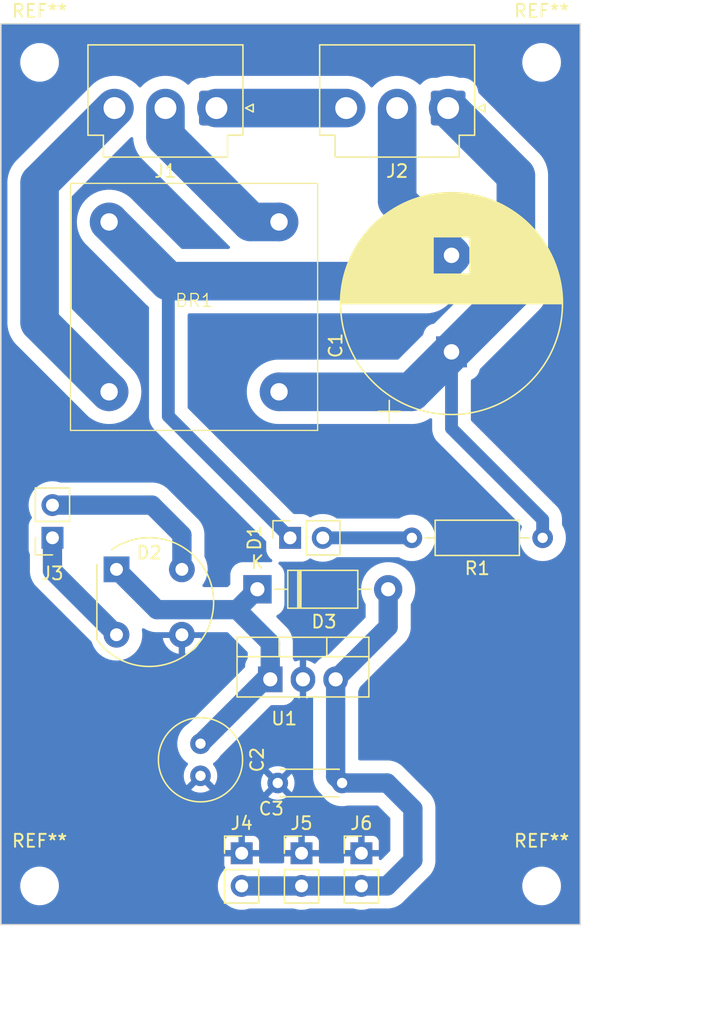
<source format=kicad_pcb>
(kicad_pcb (version 20221018) (generator pcbnew)
  (title_block (title "PCB for Rectifier Module") (date "2023-12-19") (rev "1"))
  (layers (0 "F.Cu" signal) (31 "B.Cu" signal) (37 "F.SilkS" user "F.Silkscreen") (38 "B.Mask" user) (39 "F.Mask" user) (44 "Edge.Cuts" user))
  (net 0 "")
  (net 1 "/30V-")
  (net 2 "/30V+")
  (net 3 "/AC_IN_N")
  (net 4 "/AC_IN_L")
  (net 5 "/12V+")
  (net 6 "/Aux_out")
  (net 7 "Net-(D1-A)")
  (net 8 "/Aux_input_N")
  (net 9 "/Aux_input_L")
  (net 10 "/CentreTap")
  (net 11 "GND")
  (footprint "MountingHole:MountingHole_2.5mm" (layer "F.Cu") (at 58 81)
    (fp_text reference "REF**" (at 0 -3.5) (layer "F.SilkS"))
    (fp_text value "MountingHole_2.5mm")
    (pad "" np_thru_hole circle (at 0 0) (size 2.5 2.5) (drill 2.5) (layers "F&B.Cu" "*.Mask"))
  )
  (footprint "Connector_PinHeader_2.54mm:PinHeader_1x02_P2.54mm_Vertical" (layer "F.Cu") (at 44 78.46)
    (fp_text reference "J6" (at 0 -2.33) (layer "F.SilkS"))
    (fp_text value "Extra")
    (fp_line (start -1.33 -1.33) (end 0 -1.33) (stroke (width 0.12)) (layer "F.SilkS"))
    (fp_line (start -1.33 0) (end -1.33 -1.33) (stroke (width 0.12)) (layer "F.SilkS"))
    (fp_line (start -1.33 1.27) (end -1.33 3.87) (stroke (width 0.12)) (layer "F.SilkS"))
    (fp_line (start -1.33 1.27) (end 1.33 1.27) (stroke (width 0.12)) (layer "F.SilkS"))
    (fp_line (start -1.33 3.87) (end 1.33 3.87) (stroke (width 0.12)) (layer "F.SilkS"))
    (fp_line (start 1.33 1.27) (end 1.33 3.87) (stroke (width 0.12)) (layer "F.SilkS"))
    (pad "1" thru_hole rect (at 0 0) (size 1.7 1.7) (drill 1) (layers "*.Cu" "*.Mask") (net 11 "GND"))
    (pad "2" thru_hole oval (at 0 2.54) (size 1.7 1.7) (drill 1) (layers "*.Cu" "*.Mask") (net 6 "/Aux_out"))
  )
  (footprint "MountingHole:MountingHole_2.5mm" (layer "F.Cu") (at 58 17)
    (fp_text reference "REF**" (at 0 -4) (layer "F.SilkS"))
    (fp_text value "MountingHole_2.5mm")
    (pad "" np_thru_hole circle (at 0 0) (size 2.5 2.5) (drill 2.5) (layers "F&B.Cu" "*.Mask"))
  )
  (footprint "Capacitor_THT:C_Disc_D4.3mm_W1.9mm_P5.00mm" (layer "F.Cu") (at 42.5 73 180)
    (fp_text reference "C3" (at 5.5 -2) (layer "F.SilkS"))
    (fp_text value ".1uF")
    (fp_line (start 0.23 -1.07) (end 0.23 -1.055) (stroke (width 0.12)) (layer "F.SilkS"))
    (fp_line (start 0.23 -1.07) (end 4.77 -1.07) (stroke (width 0.12)) (layer "F.SilkS"))
    (fp_line (start 0.23 1.055) (end 0.23 1.07) (stroke (width 0.12)) (layer "F.SilkS"))
    (fp_line (start 0.23 1.07) (end 4.77 1.07) (stroke (width 0.12)) (layer "F.SilkS"))
    (fp_line (start 4.77 -1.07) (end 4.77 -1.055) (stroke (width 0.12)) (layer "F.SilkS"))
    (fp_line (start 4.77 1.055) (end 4.77 1.07) (stroke (width 0.12)) (layer "F.SilkS"))
    (pad "1" thru_hole circle (at 0 0 180) (size 1.6 1.6) (drill 0.8) (layers "*.Cu" "*.Mask") (net 6 "/Aux_out"))
    (pad "2" thru_hole circle (at 5 0 180) (size 1.6 1.6) (drill 0.8) (layers "*.Cu" "*.Mask") (net 11 "GND"))
  )
  (footprint "Connector_PinSocket_2.54mm:PinSocket_1x02_P2.54mm_Vertical" (layer "F.Cu") (at 38.46 53.949733 90)
    (fp_text reference "D1" (at 0 -2.77 90) (layer "F.SilkS"))
    (fp_text value "LED")
    (fp_line (start -1.33 1.27) (end -1.33 3.87) (stroke (width 0.12)) (layer "F.SilkS"))
    (fp_line (start -1.33 1.27) (end 1.33 1.27) (stroke (width 0.12)) (layer "F.SilkS"))
    (fp_line (start -1.33 3.87) (end 1.33 3.87) (stroke (width 0.12)) (layer "F.SilkS"))
    (fp_line (start 0 -1.33) (end 1.33 -1.33) (stroke (width 0.12)) (layer "F.SilkS"))
    (fp_line (start 1.33 -1.33) (end 1.33 0) (stroke (width 0.12)) (layer "F.SilkS"))
    (fp_line (start 1.33 1.27) (end 1.33 3.87) (stroke (width 0.12)) (layer "F.SilkS"))
    (pad "1" thru_hole rect (at 0 0 90) (size 1.7 1.7) (drill 1) (layers "*.Cu" "*.Mask") (net 1 "/30V-"))
    (pad "2" thru_hole oval (at 0 2.54 90) (size 1.7 1.7) (drill 1) (layers "*.Cu" "*.Mask") (net 7 "Net-(D1-A)"))
  )
  (footprint "Package_TO_SOT_THT:TO-220-3_Vertical" (layer "F.Cu") (at 36.92 64.945)
    (fp_text reference "U1" (at 1.08 3.055) (layer "F.SilkS"))
    (fp_text value "LM7812_TO220")
    (fp_line (start -2.58 -3.27) (end -2.58 1.371) (stroke (width 0.12)) (layer "F.SilkS"))
    (fp_line (start -2.58 -3.27) (end 7.66 -3.27) (stroke (width 0.12)) (layer "F.SilkS"))
    (fp_line (start -2.58 -1.76) (end 7.66 -1.76) (stroke (width 0.12)) (layer "F.SilkS"))
    (fp_line (start -2.58 1.371) (end 7.66 1.371) (stroke (width 0.12)) (layer "F.SilkS"))
    (fp_line (start 0.69 -3.27) (end 0.69 -1.76) (stroke (width 0.12)) (layer "F.SilkS"))
    (fp_line (start 4.391 -3.27) (end 4.391 -1.76) (stroke (width 0.12)) (layer "F.SilkS"))
    (fp_line (start 7.66 -3.27) (end 7.66 1.371) (stroke (width 0.12)) (layer "F.SilkS"))
    (pad "1" thru_hole rect (at 0 0) (size 1.905 2) (drill 1.1) (layers "*.Cu" "*.Mask") (net 5 "/12V+"))
    (pad "2" thru_hole oval (at 2.54 0) (size 1.905 2) (drill 1.1) (layers "*.Cu" "*.Mask") (net 11 "GND"))
    (pad "3" thru_hole oval (at 5.08 0) (size 1.905 2) (drill 1.1) (layers "*.Cu" "*.Mask") (net 6 "/Aux_out"))
  )
  (footprint "Diode_THT:Diode_Bridge_Round_D9.8mm" (layer "F.Cu") (at 24.975 56.4)
    (fp_text reference "D2" (at 2.54 -1.297267) (layer "F.SilkS"))
    (fp_text value "W06G")
    (fp_line (start -1.524 -0.381) (end -1.524 5.461) (stroke (width 0.12)) (layer "F.SilkS"))
    (fp_arc (start -0.381 -1.524) (mid 7.479141 3.348223) (end -1.524 5.461) (stroke (width 0.12)) (layer "F.SilkS"))
    (pad "1" thru_hole rect (at 0 0) (size 2 2) (drill 1) (layers "*.Cu" "*.Mask") (net 5 "/12V+"))
    (pad "2" thru_hole oval (at 0 5.08) (size 2 2) (drill 1) (layers "*.Cu" "*.Mask") (net 8 "/Aux_input_N"))
    (pad "3" thru_hole oval (at 5.08 5.08) (size 2 2) (drill 1) (layers "*.Cu" "*.Mask") (net 11 "GND"))
    (pad "4" thru_hole oval (at 5.08 0) (size 2 2) (drill 1) (layers "*.Cu" "*.Mask") (net 9 "/Aux_input_L"))
  )
  (footprint "MountingHole:MountingHole_2.5mm" (layer "F.Cu") (at 19 81)
    (fp_text reference "REF**" (at 0 -3.5) (layer "F.SilkS"))
    (fp_text value "MountingHole_2.5mm")
    (pad "" np_thru_hole circle (at 0 0) (size 2.5 2.5) (drill 2.5) (layers "*.Cu" "*.Mask"))
  )
  (footprint "MountingHole:MountingHole_2.5mm" (layer "F.Cu") (at 19 17)
    (fp_text reference "REF**" (at 0 -4) (layer "F.SilkS"))
    (fp_text value "MountingHole_2.5mm")
    (pad "" np_thru_hole circle (at 0 0) (size 2.5 2.5) (drill 2.5) (layers "F&B.Cu" "*.Mask"))
  )
  (footprint "Connector_JST:JST_VH_B3P-VH-B_1x03_P3.96mm_Vertical" (layer "F.Cu") (at 32.7375 20.55 180)
    (fp_text reference "J1" (at 3.96 -4.9) (layer "F.SilkS"))
    (fp_text value "TransformerIn")
    (fp_line (start -2.86 -0.3) (end -2.26 0) (stroke (width 0.12)) (layer "F.SilkS"))
    (fp_line (start -2.86 0.3) (end -2.86 -0.3) (stroke (width 0.12)) (layer "F.SilkS"))
    (fp_line (start -2.26 0) (end -2.86 0.3) (stroke (width 0.12)) (layer "F.SilkS"))
    (fp_line (start -2.06 -2.11) (end -0.86 -2.11) (stroke (width 0.12)) (layer "F.SilkS"))
    (fp_line (start -2.06 4.91) (end -2.06 -2.11) (stroke (width 0.12)) (layer "F.SilkS"))
    (fp_line (start -0.86 -3.81) (end 8.78 -3.81) (stroke (width 0.12)) (layer "F.SilkS"))
    (fp_line (start -0.86 -2.11) (end -0.86 -3.81) (stroke (width 0.12)) (layer "F.SilkS"))
    (fp_line (start 8.78 -3.81) (end 8.78 -2.11) (stroke (width 0.12)) (layer "F.SilkS"))
    (fp_line (start 8.78 -2.11) (end 9.98 -2.11) (stroke (width 0.12)) (layer "F.SilkS"))
    (fp_line (start 9.98 -2.11) (end 9.98 4.91) (stroke (width 0.12)) (layer "F.SilkS"))
    (fp_line (start 9.98 4.91) (end -2.06 4.91) (stroke (width 0.12)) (layer "F.SilkS"))
    (pad "1" thru_hole roundrect (at 0 0 180) (size 2.7 2.7) (drill 1.7) (layers "*.Cu" "*.Mask") (roundrect_rratio 0.09259296296) (net 10 "/CentreTap"))
    (pad "2" thru_hole circle (at 3.96 0 180) (size 2.7 2.7) (drill 1.7) (layers "*.Cu" "*.Mask") (net 3 "/AC_IN_N"))
    (pad "3" thru_hole circle (at 7.92 0 180) (size 2.7 2.7) (drill 1.7) (layers "*.Cu" "*.Mask") (net 4 "/AC_IN_L"))
  )
  (footprint "Connector_PinHeader_2.54mm:PinHeader_1x02_P2.54mm_Vertical" (layer "F.Cu") (at 39.35 78.46)
    (fp_text reference "J5" (at 0 -2.33) (layer "F.SilkS"))
    (fp_text value "FAN")
    (fp_line (start -1.33 -1.33) (end 0 -1.33) (stroke (width 0.12)) (layer "F.SilkS"))
    (fp_line (start -1.33 0) (end -1.33 -1.33) (stroke (width 0.12)) (layer "F.SilkS"))
    (fp_line (start -1.33 1.27) (end -1.33 3.87) (stroke (width 0.12)) (layer "F.SilkS"))
    (fp_line (start -1.33 1.27) (end 1.33 1.27) (stroke (width 0.12)) (layer "F.SilkS"))
    (fp_line (start -1.33 3.87) (end 1.33 3.87) (stroke (width 0.12)) (layer "F.SilkS"))
    (fp_line (start 1.33 1.27) (end 1.33 3.87) (stroke (width 0.12)) (layer "F.SilkS"))
    (pad "1" thru_hole rect (at 0 0) (size 1.7 1.7) (drill 1) (layers "*.Cu" "*.Mask") (net 11 "GND"))
    (pad "2" thru_hole oval (at 0 2.54) (size 1.7 1.7) (drill 1) (layers "*.Cu" "*.Mask") (net 6 "/Aux_out"))
  )
  (footprint "Diode_THT:D_DO-41_SOD81_P10.16mm_Horizontal" (layer "F.Cu") (at 35.92 57.945)
    (fp_text reference "D3" (at 5.173657 2.521189) (layer "F.SilkS"))
    (fp_text value "1N4007")
    (fp_text user "K" (at 0 -2.1) (layer "F.SilkS"))
    (fp_line (start 1.34 0) (end 2.36 0) (stroke (width 0.12)) (layer "F.SilkS"))
    (fp_line (start 2.36 -1.47) (end 2.36 1.47) (stroke (width 0.12)) (layer "F.SilkS"))
    (fp_line (start 2.36 1.47) (end 7.8 1.47) (stroke (width 0.12)) (layer "F.SilkS"))
    (fp_line (start 3.14 -1.47) (end 3.14 1.47) (stroke (width 0.12)) (layer "F.SilkS"))
    (fp_line (start 3.26 -1.47) (end 3.26 1.47) (stroke (width 0.12)) (layer "F.SilkS"))
    (fp_line (start 3.38 -1.47) (end 3.38 1.47) (stroke (width 0.12)) (layer "F.SilkS"))
    (fp_line (start 7.8 -1.47) (end 2.36 -1.47) (stroke (width 0.12)) (layer "F.SilkS"))
    (fp_line (start 7.8 1.47) (end 7.8 -1.47) (stroke (width 0.12)) (layer "F.SilkS"))
    (fp_line (start 8.82 0) (end 7.8 0) (stroke (width 0.12)) (layer "F.SilkS"))
    (pad "1" thru_hole rect (at 0 0) (size 2.2 2.2) (drill 1.1) (layers "*.Cu" "*.Mask") (net 5 "/12V+"))
    (pad "2" thru_hole oval (at 10.16 0) (size 2.2 2.2) (drill 1.1) (layers "*.Cu" "*.Mask") (net 6 "/Aux_out"))
  )
  (footprint "Capacitor_THT:CP_Radial_D17.0mm_P7.50mm" (layer "F.Cu") (at 51 39.495267 90)
    (fp_text reference "C1" (at 0.495267 -9 90) (layer "F.SilkS"))
    (fp_text value "4700u")
    (fp_line (start -5.474466 -4.835) (end -3.774466 -4.835) (stroke (width 0.12)) (layer "F.SilkS"))
    (fp_line (start -4.624466 -5.685) (end -4.624466 -3.985) (stroke (width 0.12)) (layer "F.SilkS"))
    (fp_line (start 3.75 -8.581) (end 3.75 8.581) (stroke (width 0.12)) (layer "F.SilkS"))
    (fp_line (start 3.79 -8.58) (end 3.79 8.58) (stroke (width 0.12)) (layer "F.SilkS"))
    (fp_line (start 3.83 -8.58) (end 3.83 8.58) (stroke (width 0.12)) (layer "F.SilkS"))
    (fp_line (start 3.87 -8.58) (end 3.87 8.58) (stroke (width 0.12)) (layer "F.SilkS"))
    (fp_line (start 3.91 -8.579) (end 3.91 8.579) (stroke (width 0.12)) (layer "F.SilkS"))
    (fp_line (start 3.95 -8.578) (end 3.95 8.578) (stroke (width 0.12)) (layer "F.SilkS"))
    (fp_line (start 3.99 -8.577) (end 3.99 8.577) (stroke (width 0.12)) (layer "F.SilkS"))
    (fp_line (start 4.03 -8.576) (end 4.03 8.576) (stroke (width 0.12)) (layer "F.SilkS"))
    (fp_line (start 4.07 -8.575) (end 4.07 8.575) (stroke (width 0.12)) (layer "F.SilkS"))
    (fp_line (start 4.11 -8.573) (end 4.11 8.573) (stroke (width 0.12)) (layer "F.SilkS"))
    (fp_line (start 4.15 -8.571) (end 4.15 8.571) (stroke (width 0.12)) (layer "F.SilkS"))
    (fp_line (start 4.19 -8.569) (end 4.19 8.569) (stroke (width 0.12)) (layer "F.SilkS"))
    (fp_line (start 4.23 -8.567) (end 4.23 8.567) (stroke (width 0.12)) (layer "F.SilkS"))
    (fp_line (start 4.27 -8.565) (end 4.27 8.565) (stroke (width 0.12)) (layer "F.SilkS"))
    (fp_line (start 4.31 -8.562) (end 4.31 8.562) (stroke (width 0.12)) (layer "F.SilkS"))
    (fp_line (start 4.35 -8.56) (end 4.35 8.56) (stroke (width 0.12)) (layer "F.SilkS"))
    (fp_line (start 4.39 -8.557) (end 4.39 8.557) (stroke (width 0.12)) (layer "F.SilkS"))
    (fp_line (start 4.43 -8.554) (end 4.43 8.554) (stroke (width 0.12)) (layer "F.SilkS"))
    (fp_line (start 4.471 -8.55) (end 4.471 8.55) (stroke (width 0.12)) (layer "F.SilkS"))
    (fp_line (start 4.511 -8.547) (end 4.511 8.547) (stroke (width 0.12)) (layer "F.SilkS"))
    (fp_line (start 4.551 -8.543) (end 4.551 8.543) (stroke (width 0.12)) (layer "F.SilkS"))
    (fp_line (start 4.591 -8.539) (end 4.591 8.539) (stroke (width 0.12)) (layer "F.SilkS"))
    (fp_line (start 4.631 -8.535) (end 4.631 8.535) (stroke (width 0.12)) (layer "F.SilkS"))
    (fp_line (start 4.671 -8.531) (end 4.671 8.531) (stroke (width 0.12)) (layer "F.SilkS"))
    (fp_line (start 4.711 -8.527) (end 4.711 8.527) (stroke (width 0.12)) (layer "F.SilkS"))
    (fp_line (start 4.751 -8.522) (end 4.751 8.522) (stroke (width 0.12)) (layer "F.SilkS"))
    (fp_line (start 4.791 -8.518) (end 4.791 8.518) (stroke (width 0.12)) (layer "F.SilkS"))
    (fp_line (start 4.831 -8.513) (end 4.831 8.513) (stroke (width 0.12)) (layer "F.SilkS"))
    (fp_line (start 4.871 -8.507) (end 4.871 8.507) (stroke (width 0.12)) (layer "F.SilkS"))
    (fp_line (start 4.911 -8.502) (end 4.911 8.502) (stroke (width 0.12)) (layer "F.SilkS"))
    (fp_line (start 4.951 -8.497) (end 4.951 8.497) (stroke (width 0.12)) (layer "F.SilkS"))
    (fp_line (start 4.991 -8.491) (end 4.991 8.491) (stroke (width 0.12)) (layer "F.SilkS"))
    (fp_line (start 5.031 -8.485) (end 5.031 8.485) (stroke (width 0.12)) (layer "F.SilkS"))
    (fp_line (start 5.071 -8.479) (end 5.071 8.479) (stroke (width 0.12)) (layer "F.SilkS"))
    (fp_line (start 5.111 -8.473) (end 5.111 8.473) (stroke (width 0.12)) (layer "F.SilkS"))
    (fp_line (start 5.151 -8.466) (end 5.151 8.466) (stroke (width 0.12)) (layer "F.SilkS"))
    (fp_line (start 5.191 -8.459) (end 5.191 8.459) (stroke (width 0.12)) (layer "F.SilkS"))
    (fp_line (start 5.231 -8.452) (end 5.231 8.452) (stroke (width 0.12)) (layer "F.SilkS"))
    (fp_line (start 5.271 -8.445) (end 5.271 8.445) (stroke (width 0.12)) (layer "F.SilkS"))
    (fp_line (start 5.311 -8.438) (end 5.311 8.438) (stroke (width 0.12)) (layer "F.SilkS"))
    (fp_line (start 5.351 -8.431) (end 5.351 8.431) (stroke (width 0.12)) (layer "F.SilkS"))
    (fp_line (start 5.391 -8.423) (end 5.391 8.423) (stroke (width 0.12)) (layer "F.SilkS"))
    (fp_line (start 5.431 -8.415) (end 5.431 8.415) (stroke (width 0.12)) (layer "F.SilkS"))
    (fp_line (start 5.471 -8.407) (end 5.471 8.407) (stroke (width 0.12)) (layer "F.SilkS"))
    (fp_line (start 5.511 -8.399) (end 5.511 8.399) (stroke (width 0.12)) (layer "F.SilkS"))
    (fp_line (start 5.551 -8.39) (end 5.551 8.39) (stroke (width 0.12)) (layer "F.SilkS"))
    (fp_line (start 5.591 -8.382) (end 5.591 8.382) (stroke (width 0.12)) (layer "F.SilkS"))
    (fp_line (start 5.631 -8.373) (end 5.631 8.373) (stroke (width 0.12)) (layer "F.SilkS"))
    (fp_line (start 5.671 -8.364) (end 5.671 8.364) (stroke (width 0.12)) (layer "F.SilkS"))
    (fp_line (start 5.711 -8.355) (end 5.711 8.355) (stroke (width 0.12)) (layer "F.SilkS"))
    (fp_line (start 5.751 -8.345) (end 5.751 8.345) (stroke (width 0.12)) (layer "F.SilkS"))
    (fp_line (start 5.791 -8.336) (end 5.791 8.336) (stroke (width 0.12)) (layer "F.SilkS"))
    (fp_line (start 5.831 -8.326) (end 5.831 8.326) (stroke (width 0.12)) (layer "F.SilkS"))
    (fp_line (start 5.871 -8.316) (end 5.871 8.316) (stroke (width 0.12)) (layer "F.SilkS"))
    (fp_line (start 5.911 -8.305) (end 5.911 8.305) (stroke (width 0.12)) (layer "F.SilkS"))
    (fp_line (start 5.951 -8.295) (end 5.951 8.295) (stroke (width 0.12)) (layer "F.SilkS"))
    (fp_line (start 5.991 -8.284) (end 5.991 8.284) (stroke (width 0.12)) (layer "F.SilkS"))
    (fp_line (start 6.031 -8.274) (end 6.031 8.274) (stroke (width 0.12)) (layer "F.SilkS"))
    (fp_line (start 6.071 -8.262) (end 6.071 -1.44) (stroke (width 0.12)) (layer "F.SilkS"))
    (fp_line (start 6.071 1.44) (end 6.071 8.262) (stroke (width 0.12)) (layer "F.SilkS"))
    (fp_line (start 6.111 -8.251) (end 6.111 -1.44) (stroke (width 0.12)) (layer "F.SilkS"))
    (fp_line (start 6.111 1.44) (end 6.111 8.251) (stroke (width 0.12)) (layer "F.SilkS"))
    (fp_line (start 6.151 -8.24) (end 6.151 -1.44) (stroke (width 0.12)) (layer "F.SilkS"))
    (fp_line (start 6.151 1.44) (end 6.151 8.24) (stroke (width 0.12)) (layer "F.SilkS"))
    (fp_line (start 6.191 -8.228) (end 6.191 -1.44) (stroke (width 0.12)) (layer "F.SilkS"))
    (fp_line (start 6.191 1.44) (end 6.191 8.228) (stroke (width 0.12)) (layer "F.SilkS"))
    (fp_line (start 6.231 -8.216) (end 6.231 -1.44) (stroke (width 0.12)) (layer "F.SilkS"))
    (fp_line (start 6.231 1.44) (end 6.231 8.216) (stroke (width 0.12)) (layer "F.SilkS"))
    (fp_line (start 6.271 -8.204) (end 6.271 -1.44) (stroke (width 0.12)) (layer "F.SilkS"))
    (fp_line (start 6.271 1.44) (end 6.271 8.204) (stroke (width 0.12)) (layer "F.SilkS"))
    (fp_line (start 6.311 -8.192) (end 6.311 -1.44) (stroke (width 0.12)) (layer "F.SilkS"))
    (fp_line (start 6.311 1.44) (end 6.311 8.192) (stroke (width 0.12)) (layer "F.SilkS"))
    (fp_line (start 6.351 -8.179) (end 6.351 -1.44) (stroke (width 0.12)) (layer "F.SilkS"))
    (fp_line (start 6.351 1.44) (end 6.351 8.179) (stroke (width 0.12)) (layer "F.SilkS"))
    (fp_line (start 6.391 -8.166) (end 6.391 -1.44) (stroke (width 0.12)) (layer "F.SilkS"))
    (fp_line (start 6.391 1.44) (end 6.391 8.166) (stroke (width 0.12)) (layer "F.SilkS"))
    (fp_line (start 6.431 -8.153) (end 6.431 -1.44) (stroke (width 0.12)) (layer "F.SilkS"))
    (fp_line (start 6.431 1.44) (end 6.431 8.153) (stroke (width 0.12)) (layer "F.SilkS"))
    (fp_line (start 6.471 -8.14) (end 6.471 -1.44) (stroke (width 0.12)) (layer "F.SilkS"))
    (fp_line (start 6.471 1.44) (end 6.471 8.14) (stroke (width 0.12)) (layer "F.SilkS"))
    (fp_line (start 6.511 -8.127) (end 6.511 -1.44) (stroke (width 0.12)) (layer "F.SilkS"))
    (fp_line (start 6.511 1.44) (end 6.511 8.127) (stroke (width 0.12)) (layer "F.SilkS"))
    (fp_line (start 6.551 -8.113) (end 6.551 -1.44) (stroke (width 0.12)) (layer "F.SilkS"))
    (fp_line (start 6.551 1.44) (end 6.551 8.113) (stroke (width 0.12)) (layer "F.SilkS"))
    (fp_line (start 6.591 -8.099) (end 6.591 -1.44) (stroke (width 0.12)) (layer "F.SilkS"))
    (fp_line (start 6.591 1.44) (end 6.591 8.099) (stroke (width 0.12)) (layer "F.SilkS"))
    (fp_line (start 6.631 -8.085) (end 6.631 -1.44) (stroke (width 0.12)) (layer "F.SilkS"))
    (fp_line (start 6.631 1.44) (end 6.631 8.085) (stroke (width 0.12)) (layer "F.SilkS"))
    (fp_line (start 6.671 -8.071) (end 6.671 -1.44) (stroke (width 0.12)) (layer "F.SilkS"))
    (fp_line (start 6.671 1.44) (end 6.671 8.071) (stroke (width 0.12)) (layer "F.SilkS"))
    (fp_line (start 6.711 -8.056) (end 6.711 -1.44) (stroke (width 0.12)) (layer "F.SilkS"))
    (fp_line (start 6.711 1.44) (end 6.711 8.056) (stroke (width 0.12)) (layer "F.SilkS"))
    (fp_line (start 6.751 -8.042) (end 6.751 -1.44) (stroke (width 0.12)) (layer "F.SilkS"))
    (fp_line (start 6.751 1.44) (end 6.751 8.042) (stroke (width 0.12)) (layer "F.SilkS"))
    (fp_line (start 6.791 -8.027) (end 6.791 -1.44) (stroke (width 0.12)) (layer "F.SilkS"))
    (fp_line (start 6.791 1.44) (end 6.791 8.027) (stroke (width 0.12)) (layer "F.SilkS"))
    (fp_line (start 6.831 -8.011) (end 6.831 -1.44) (stroke (width 0.12)) (layer "F.SilkS"))
    (fp_line (start 6.831 1.44) (end 6.831 8.011) (stroke (width 0.12)) (layer "F.SilkS"))
    (fp_line (start 6.871 -7.996) (end 6.871 -1.44) (stroke (width 0.12)) (layer "F.SilkS"))
    (fp_line (start 6.871 1.44) (end 6.871 7.996) (stroke (width 0.12)) (layer "F.SilkS"))
    (fp_line (start 6.911 -7.98) (end 6.911 -1.44) (stroke (width 0.12)) (layer "F.SilkS"))
    (fp_line (start 6.911 1.44) (end 6.911 7.98) (stroke (width 0.12)) (layer "F.SilkS"))
    (fp_line (start 6.951 -7.965) (end 6.951 -1.44) (stroke (width 0.12)) (layer "F.SilkS"))
    (fp_line (start 6.951 1.44) (end 6.951 7.965) (stroke (width 0.12)) (layer "F.SilkS"))
    (fp_line (start 6.991 -7.948) (end 6.991 -1.44) (stroke (width 0.12)) (layer "F.SilkS"))
    (fp_line (start 6.991 1.44) (end 6.991 7.948) (stroke (width 0.12)) (layer "F.SilkS"))
    (fp_line (start 7.031 -7.932) (end 7.031 -1.44) (stroke (width 0.12)) (layer "F.SilkS"))
    (fp_line (start 7.031 1.44) (end 7.031 7.932) (stroke (width 0.12)) (layer "F.SilkS"))
    (fp_line (start 7.071 -7.915) (end 7.071 -1.44) (stroke (width 0.12)) (layer "F.SilkS"))
    (fp_line (start 7.071 1.44) (end 7.071 7.915) (stroke (width 0.12)) (layer "F.SilkS"))
    (fp_line (start 7.111 -7.899) (end 7.111 -1.44) (stroke (width 0.12)) (layer "F.SilkS"))
    (fp_line (start 7.111 1.44) (end 7.111 7.899) (stroke (width 0.12)) (layer "F.SilkS"))
    (fp_line (start 7.151 -7.882) (end 7.151 -1.44) (stroke (width 0.12)) (layer "F.SilkS"))
    (fp_line (start 7.151 1.44) (end 7.151 7.882) (stroke (width 0.12)) (layer "F.SilkS"))
    (fp_line (start 7.191 -7.864) (end 7.191 -1.44) (stroke (width 0.12)) (layer "F.SilkS"))
    (fp_line (start 7.191 1.44) (end 7.191 7.864) (stroke (width 0.12)) (layer "F.SilkS"))
    (fp_line (start 7.231 -7.847) (end 7.231 -1.44) (stroke (width 0.12)) (layer "F.SilkS"))
    (fp_line (start 7.231 1.44) (end 7.231 7.847) (stroke (width 0.12)) (layer "F.SilkS"))
    (fp_line (start 7.271 -7.829) (end 7.271 -1.44) (stroke (width 0.12)) (layer "F.SilkS"))
    (fp_line (start 7.271 1.44) (end 7.271 7.829) (stroke (width 0.12)) (layer "F.SilkS"))
    (fp_line (start 7.311 -7.811) (end 7.311 -1.44) (stroke (width 0.12)) (layer "F.SilkS"))
    (fp_line (start 7.311 1.44) (end 7.311 7.811) (stroke (width 0.12)) (layer "F.SilkS"))
    (fp_line (start 7.351 -7.793) (end 7.351 -1.44) (stroke (width 0.12)) (layer "F.SilkS"))
    (fp_line (start 7.351 1.44) (end 7.351 7.793) (stroke (width 0.12)) (layer "F.SilkS"))
    (fp_line (start 7.391 -7.774) (end 7.391 -1.44) (stroke (width 0.12)) (layer "F.SilkS"))
    (fp_line (start 7.391 1.44) (end 7.391 7.774) (stroke (width 0.12)) (layer "F.SilkS"))
    (fp_line (start 7.431 -7.755) (end 7.431 -1.44) (stroke (width 0.12)) (layer "F.SilkS"))
    (fp_line (start 7.431 1.44) (end 7.431 7.755) (stroke (width 0.12)) (layer "F.SilkS"))
    (fp_line (start 7.471 -7.736) (end 7.471 -1.44) (stroke (width 0.12)) (layer "F.SilkS"))
    (fp_line (start 7.471 1.44) (end 7.471 7.736) (stroke (width 0.12)) (layer "F.SilkS"))
    (fp_line (start 7.511 -7.717) (end 7.511 -1.44) (stroke (width 0.12)) (layer "F.SilkS"))
    (fp_line (start 7.511 1.44) (end 7.511 7.717) (stroke (width 0.12)) (layer "F.SilkS"))
    (fp_line (start 7.551 -7.698) (end 7.551 -1.44) (stroke (width 0.12)) (layer "F.SilkS"))
    (fp_line (start 7.551 1.44) (end 7.551 7.698) (stroke (width 0.12)) (layer "F.SilkS"))
    (fp_line (start 7.591 -7.678) (end 7.591 -1.44) (stroke (width 0.12)) (layer "F.SilkS"))
    (fp_line (start 7.591 1.44) (end 7.591 7.678) (stroke (width 0.12)) (layer "F.SilkS"))
    (fp_line (start 7.631 -7.658) (end 7.631 -1.44) (stroke (width 0.12)) (layer "F.SilkS"))
    (fp_line (start 7.631 1.44) (end 7.631 7.658) (stroke (width 0.12)) (layer "F.SilkS"))
    (fp_line (start 7.671 -7.638) (end 7.671 -1.44) (stroke (width 0.12)) (layer "F.SilkS"))
    (fp_line (start 7.671 1.44) (end 7.671 7.638) (stroke (width 0.12)) (layer "F.SilkS"))
    (fp_line (start 7.711 -7.617) (end 7.711 -1.44) (stroke (width 0.12)) (layer "F.SilkS"))
    (fp_line (start 7.711 1.44) (end 7.711 7.617) (stroke (width 0.12)) (layer "F.SilkS"))
    (fp_line (start 7.751 -7.596) (end 7.751 -1.44) (stroke (width 0.12)) (layer "F.SilkS"))
    (fp_line (start 7.751 1.44) (end 7.751 7.596) (stroke (width 0.12)) (layer "F.SilkS"))
    (fp_line (start 7.791 -7.575) (end 7.791 -1.44) (stroke (width 0.12)) (layer "F.SilkS"))
    (fp_line (start 7.791 1.44) (end 7.791 7.575) (stroke (width 0.12)) (layer "F.SilkS"))
    (fp_line (start 7.831 -7.554) (end 7.831 -1.44) (stroke (width 0.12)) (layer "F.SilkS"))
    (fp_line (start 7.831 1.44) (end 7.831 7.554) (stroke (width 0.12)) (layer "F.SilkS"))
    (fp_line (start 7.871 -7.532) (end 7.871 -1.44) (stroke (width 0.12)) (layer "F.SilkS"))
    (fp_line (start 7.871 1.44) (end 7.871 7.532) (stroke (width 0.12)) (layer "F.SilkS"))
    (fp_line (start 7.911 -7.51) (end 7.911 -1.44) (stroke (width 0.12)) (layer "F.SilkS"))
    (fp_line (start 7.911 1.44) (end 7.911 7.51) (stroke (width 0.12)) (layer "F.SilkS"))
    (fp_line (start 7.951 -7.488) (end 7.951 -1.44) (stroke (width 0.12)) (layer "F.SilkS"))
    (fp_line (start 7.951 1.44) (end 7.951 7.488) (stroke (width 0.12)) (layer "F.SilkS"))
    (fp_line (start 7.991 -7.466) (end 7.991 -1.44) (stroke (width 0.12)) (layer "F.SilkS"))
    (fp_line (start 7.991 1.44) (end 7.991 7.466) (stroke (width 0.12)) (layer "F.SilkS"))
    (fp_line (start 8.031 -7.443) (end 8.031 -1.44) (stroke (width 0.12)) (layer "F.SilkS"))
    (fp_line (start 8.031 1.44) (end 8.031 7.443) (stroke (width 0.12)) (layer "F.SilkS"))
    (fp_line (start 8.071 -7.42) (end 8.071 -1.44) (stroke (width 0.12)) (layer "F.SilkS"))
    (fp_line (start 8.071 1.44) (end 8.071 7.42) (stroke (width 0.12)) (layer "F.SilkS"))
    (fp_line (start 8.111 -7.397) (end 8.111 -1.44) (stroke (width 0.12)) (layer "F.SilkS"))
    (fp_line (start 8.111 1.44) (end 8.111 7.397) (stroke (width 0.12)) (layer "F.SilkS"))
    (fp_line (start 8.151 -7.373) (end 8.151 -1.44) (stroke (width 0.12)) (layer "F.SilkS"))
    (fp_line (start 8.151 1.44) (end 8.151 7.373) (stroke (width 0.12)) (layer "F.SilkS"))
    (fp_line (start 8.191 -7.349) (end 8.191 -1.44) (stroke (width 0.12)) (layer "F.SilkS"))
    (fp_line (start 8.191 1.44) (end 8.191 7.349) (stroke (width 0.12)) (layer "F.SilkS"))
    (fp_line (start 8.231 -7.325) (end 8.231 -1.44) (stroke (width 0.12)) (layer "F.SilkS"))
    (fp_line (start 8.231 1.44) (end 8.231 7.325) (stroke (width 0.12)) (layer "F.SilkS"))
    (fp_line (start 8.271 -7.3) (end 8.271 -1.44) (stroke (width 0.12)) (layer "F.SilkS"))
    (fp_line (start 8.271 1.44) (end 8.271 7.3) (stroke (width 0.12)) (layer "F.SilkS"))
    (fp_line (start 8.311 -7.276) (end 8.311 -1.44) (stroke (width 0.12)) (layer "F.SilkS"))
    (fp_line (start 8.311 1.44) (end 8.311 7.276) (stroke (width 0.12)) (layer "F.SilkS"))
    (fp_line (start 8.351 -7.251) (end 8.351 -1.44) (stroke (width 0.12)) (layer "F.SilkS"))
    (fp_line (start 8.351 1.44) (end 8.351 7.251) (stroke (width 0.12)) (layer "F.SilkS"))
    (fp_line (start 8.391 -7.225) (end 8.391 -1.44) (stroke (width 0.12)) (layer "F.SilkS"))
    (fp_line (start 8.391 1.44) (end 8.391 7.225) (stroke (width 0.12)) (layer "F.SilkS"))
    (fp_line (start 8.431 -7.199) (end 8.431 -1.44) (stroke (width 0.12)) (layer "F.SilkS"))
    (fp_line (start 8.431 1.44) (end 8.431 7.199) (stroke (width 0.12)) (layer "F.SilkS"))
    (fp_line (start 8.471 -7.173) (end 8.471 -1.44) (stroke (width 0.12)) (layer "F.SilkS"))
    (fp_line (start 8.471 1.44) (end 8.471 7.173) (stroke (width 0.12)) (layer "F.SilkS"))
    (fp_line (start 8.511 -7.147) (end 8.511 -1.44) (stroke (width 0.12)) (layer "F.SilkS"))
    (fp_line (start 8.511 1.44) (end 8.511 7.147) (stroke (width 0.12)) (layer "F.SilkS"))
    (fp_line (start 8.551 -7.12) (end 8.551 -1.44) (stroke (width 0.12)) (layer "F.SilkS"))
    (fp_line (start 8.551 1.44) (end 8.551 7.12) (stroke (width 0.12)) (layer "F.SilkS"))
    (fp_line (start 8.591 -7.093) (end 8.591 -1.44) (stroke (width 0.12)) (layer "F.SilkS"))
    (fp_line (start 8.591 1.44) (end 8.591 7.093) (stroke (width 0.12)) (layer "F.SilkS"))
    (fp_line (start 8.631 -7.066) (end 8.631 -1.44) (stroke (width 0.12)) (layer "F.SilkS"))
    (fp_line (start 8.631 1.44) (end 8.631 7.066) (stroke (width 0.12)) (layer "F.SilkS"))
    (fp_line (start 8.671 -7.038) (end 8.671 -1.44) (stroke (width 0.12)) (layer "F.SilkS"))
    (fp_line (start 8.671 1.44) (end 8.671 7.038) (stroke (width 0.12)) (layer "F.SilkS"))
    (fp_line (start 8.711 -7.011) (end 8.711 -1.44) (stroke (width 0.12)) (layer "F.SilkS"))
    (fp_line (start 8.711 1.44) (end 8.711 7.011) (stroke (width 0.12)) (layer "F.SilkS"))
    (fp_line (start 8.751 -6.982) (end 8.751 -1.44) (stroke (width 0.12)) (layer "F.SilkS"))
    (fp_line (start 8.751 1.44) (end 8.751 6.982) (stroke (width 0.12)) (layer "F.SilkS"))
    (fp_line (start 8.791 -6.954) (end 8.791 -1.44) (stroke (width 0.12)) (layer "F.SilkS"))
    (fp_line (start 8.791 1.44) (end 8.791 6.954) (stroke (width 0.12)) (layer "F.SilkS"))
    (fp_line (start 8.831 -6.925) (end 8.831 -1.44) (stroke (width 0.12)) (layer "F.SilkS"))
    (fp_line (start 8.831 1.44) (end 8.831 6.925) (stroke (width 0.12)) (layer "F.SilkS"))
    (fp_line (start 8.871 -6.895) (end 8.871 -1.44) (stroke (width 0.12)) (layer "F.SilkS"))
    (fp_line (start 8.871 1.44) (end 8.871 6.895) (stroke (width 0.12)) (layer "F.SilkS"))
    (fp_line (start 8.911 -6.865) (end 8.911 -1.44) (stroke (width 0.12)) (layer "F.SilkS"))
    (fp_line (start 8.911 1.44) (end 8.911 6.865) (stroke (width 0.12)) (layer "F.SilkS"))
    (fp_line (start 8.951 -6.835) (end 8.951 6.835) (stroke (width 0.12)) (layer "F.SilkS"))
    (fp_line (start 8.991 -6.805) (end 8.991 6.805) (stroke (width 0.12)) (layer "F.SilkS"))
    (fp_line (start 9.031 -6.774) (end 9.031 6.774) (stroke (width 0.12)) (layer "F.SilkS"))
    (fp_line (start 9.071 -6.743) (end 9.071 6.743) (stroke (width 0.12)) (layer "F.SilkS"))
    (fp_line (start 9.111 -6.711) (end 9.111 6.711) (stroke (width 0.12)) (layer "F.SilkS"))
    (fp_line (start 9.151 -6.679) (end 9.151 6.679) (stroke (width 0.12)) (layer "F.SilkS"))
    (fp_line (start 9.191 -6.647) (end 9.191 6.647) (stroke (width 0.12)) (layer "F.SilkS"))
    (fp_line (start 9.231 -6.614) (end 9.231 6.614) (stroke (width 0.12)) (layer "F.SilkS"))
    (fp_line (start 9.271 -6.581) (end 9.271 6.581) (stroke (width 0.12)) (layer "F.SilkS"))
    (fp_line (start 9.311 -6.548) (end 9.311 6.548) (stroke (width 0.12)) (layer "F.SilkS"))
    (fp_line (start 9.351 -6.514) (end 9.351 6.514) (stroke (width 0.12)) (layer "F.SilkS"))
    (fp_line (start 9.391 -6.479) (end 9.391 6.479) (stroke (width 0.12)) (layer "F.SilkS"))
    (fp_line (start 9.431 -6.444) (end 9.431 6.444) (stroke (width 0.12)) (layer "F.SilkS"))
    (fp_line (start 9.471 -6.409) (end 9.471 6.409) (stroke (width 0.12)) (layer "F.SilkS"))
    (fp_line (start 9.511 -6.374) (end 9.511 6.374) (stroke (width 0.12)) (layer "F.SilkS"))
    (fp_line (start 9.551 -6.337) (end 9.551 6.337) (stroke (width 0.12)) (layer "F.SilkS"))
    (fp_line (start 9.591 -6.301) (end 9.591 6.301) (stroke (width 0.12)) (layer "F.SilkS"))
    (fp_line (start 9.631 -6.264) (end 9.631 6.264) (stroke (width 0.12)) (layer "F.SilkS"))
    (fp_line (start 9.671 -6.226) (end 9.671 6.226) (stroke (width 0.12)) (layer "F.SilkS"))
    (fp_line (start 9.711 -6.188) (end 9.711 6.188) (stroke (width 0.12)) (layer "F.SilkS"))
    (fp_line (start 9.751 -6.15) (end 9.751 6.15) (stroke (width 0.12)) (layer "F.SilkS"))
    (fp_line (start 9.791 -6.111) (end 9.791 6.111) (stroke (width 0.12)) (layer "F.SilkS"))
    (fp_line (start 9.831 -6.071) (end 9.831 6.071) (stroke (width 0.12)) (layer "F.SilkS"))
    (fp_line (start 9.871 -6.031) (end 9.871 6.031) (stroke (width 0.12)) (layer "F.SilkS"))
    (fp_line (start 9.911 -5.99) (end 9.911 5.99) (stroke (width 0.12)) (layer "F.SilkS"))
    (fp_line (start 9.951 -5.949) (end 9.951 5.949) (stroke (width 0.12)) (layer "F.SilkS"))
    (fp_line (start 9.991 -5.907) (end 9.991 5.907) (stroke (width 0.12)) (layer "F.SilkS"))
    (fp_line (start 10.031 -5.865) (end 10.031 5.865) (stroke (width 0.12)) (layer "F.SilkS"))
    (fp_line (start 10.071 -5.822) (end 10.071 5.822) (stroke (width 0.12)) (layer "F.SilkS"))
    (fp_line (start 10.111 -5.779) (end 10.111 5.779) (stroke (width 0.12)) (layer "F.SilkS"))
    (fp_line (start 10.151 -5.735) (end 10.151 5.735) (stroke (width 0.12)) (layer "F.SilkS"))
    (fp_line (start 10.191 -5.69) (end 10.191 5.69) (stroke (width 0.12)) (layer "F.SilkS"))
    (fp_line (start 10.231 -5.645) (end 10.231 5.645) (stroke (width 0.12)) (layer "F.SilkS"))
    (fp_line (start 10.271 -5.599) (end 10.271 5.599) (stroke (width 0.12)) (layer "F.SilkS"))
    (fp_line (start 10.311 -5.553) (end 10.311 5.553) (stroke (width 0.12)) (layer "F.SilkS"))
    (fp_line (start 10.351 -5.505) (end 10.351 5.505) (stroke (width 0.12)) (layer "F.SilkS"))
    (fp_line (start 10.391 -5.457) (end 10.391 5.457) (stroke (width 0.12)) (layer "F.SilkS"))
    (fp_line (start 10.431 -5.409) (end 10.431 5.409) (stroke (width 0.12)) (layer "F.SilkS"))
    (fp_line (start 10.471 -5.359) (end 10.471 5.359) (stroke (width 0.12)) (layer "F.SilkS"))
    (fp_line (start 10.511 -5.309) (end 10.511 5.309) (stroke (width 0.12)) (layer "F.SilkS"))
    (fp_line (start 10.551 -5.258) (end 10.551 5.258) (stroke (width 0.12)) (layer "F.SilkS"))
    (fp_line (start 10.591 -5.206) (end 10.591 5.206) (stroke (width 0.12)) (layer "F.SilkS"))
    (fp_line (start 10.631 -5.154) (end 10.631 5.154) (stroke (width 0.12)) (layer "F.SilkS"))
    (fp_line (start 10.671 -5.1) (end 10.671 5.1) (stroke (width 0.12)) (layer "F.SilkS"))
    (fp_line (start 10.711 -5.046) (end 10.711 5.046) (stroke (width 0.12)) (layer "F.SilkS"))
    (fp_line (start 10.751 -4.991) (end 10.751 4.991) (stroke (width 0.12)) (layer "F.SilkS"))
    (fp_line (start 10.791 -4.935) (end 10.791 4.935) (stroke (width 0.12)) (layer "F.SilkS"))
    (fp_line (start 10.831 -4.878) (end 10.831 4.878) (stroke (width 0.12)) (layer "F.SilkS"))
    (fp_line (start 10.871 -4.82) (end 10.871 4.82) (stroke (width 0.12)) (layer "F.SilkS"))
    (fp_line (start 10.911 -4.76) (end 10.911 4.76) (stroke (width 0.12)) (layer "F.SilkS"))
    (fp_line (start 10.951 -4.7) (end 10.951 4.7) (stroke (width 0.12)) (layer "F.SilkS"))
    (fp_line (start 10.991 -4.639) (end 10.991 4.639) (stroke (width 0.12)) (layer "F.SilkS"))
    (fp_line (start 11.031 -4.576) (end 11.031 4.576) (stroke (width 0.12)) (layer "F.SilkS"))
    (fp_line (start 11.071 -4.513) (end 11.071 4.513) (stroke (width 0.12)) (layer "F.SilkS"))
    (fp_line (start 11.111 -4.448) (end 11.111 4.448) (stroke (width 0.12)) (layer "F.SilkS"))
    (fp_line (start 11.151 -4.381) (end 11.151 4.381) (stroke (width 0.12)) (layer "F.SilkS"))
    (fp_line (start 11.191 -4.314) (end 11.191 4.314) (stroke (width 0.12)) (layer "F.SilkS"))
    (fp_line (start 11.231 -4.245) (end 11.231 4.245) (stroke (width 0.12)) (layer "F.SilkS"))
    (fp_line (start 11.271 -4.174) (end 11.271 4.174) (stroke (width 0.12)) (layer "F.SilkS"))
    (fp_line (start 11.311 -4.102) (end 11.311 4.102) (stroke (width 0.12)) (layer "F.SilkS"))
    (fp_line (start 11.351 -4.028) (end 11.351 4.028) (stroke (width 0.12)) (layer "F.SilkS"))
    (fp_line (start 11.391 -3.952) (end 11.391 3.952) (stroke (width 0.12)) (layer "F.SilkS"))
    (fp_line (start 11.431 -3.875) (end 11.431 3.875) (stroke (width 0.12)) (layer "F.SilkS"))
    (fp_line (start 11.471 -3.795) (end 11.471 3.795) (stroke (width 0.12)) (layer "F.SilkS"))
    (fp_line (start 11.511 -3.714) (end 11.511 3.714) (stroke (width 0.12)) (layer "F.SilkS"))
    (fp_line (start 11.551 -3.63) (end 11.551 3.63) (stroke (width 0.12)) (layer "F.SilkS"))
    (fp_line (start 11.591 -3.544) (end 11.591 3.544) (stroke (width 0.12)) (layer "F.SilkS"))
    (fp_line (start 11.631 -3.455) (end 11.631 3.455) (stroke (width 0.12)) (layer "F.SilkS"))
    (fp_line (start 11.671 -3.363) (end 11.671 3.363) (stroke (width 0.12)) (layer "F.SilkS"))
    (fp_line (start 11.711 -3.268) (end 11.711 3.268) (stroke (width 0.12)) (layer "F.SilkS"))
    (fp_line (start 11.751 -3.171) (end 11.751 3.171) (stroke (width 0.12)) (layer "F.SilkS"))
    (fp_line (start 11.791 -3.069) (end 11.791 3.069) (stroke (width 0.12)) (layer "F.SilkS"))
    (fp_line (start 11.831 -2.963) (end 11.831 2.963) (stroke (width 0.12)) (layer "F.SilkS"))
    (fp_line (start 11.871 -2.854) (end 11.871 2.854) (stroke (width 0.12)) (layer "F.SilkS"))
    (fp_line (start 11.911 -2.739) (end 11.911 2.739) (stroke (width 0.12)) (layer "F.SilkS"))
    (fp_line (start 11.95 -2.618) (end 11.95 2.618) (stroke (width 0.12)) (layer "F.SilkS"))
    (fp_line (start 11.99 -2.492) (end 11.99 2.492) (stroke (width 0.12)) (layer "F.SilkS"))
    (fp_line (start 12.03 -2.358) (end 12.03 2.358) (stroke (width 0.12)) (layer "F.SilkS"))
    (fp_line (start 12.07 -2.215) (end 12.07 2.215) (stroke (width 0.12)) (layer "F.SilkS"))
    (fp_line (start 12.11 -2.062) (end 12.11 2.062) (stroke (width 0.12)) (layer "F.SilkS"))
    (fp_line (start 12.15 -1.896) (end 12.15 1.896) (stroke (width 0.12)) (layer "F.SilkS"))
    (fp_line (start 12.19 -1.713) (end 12.19 1.713) (stroke (width 0.12)) (layer "F.SilkS"))
    (fp_line (start 12.23 -1.508) (end 12.23 1.508) (stroke (width 0.12)) (layer "F.SilkS"))
    (fp_line (start 12.27 -1.27) (end 12.27 1.27) (stroke (width 0.12)) (layer "F.SilkS"))
    (fp_line (start 12.31 -0.976) (end 12.31 0.976) (stroke (width 0.12)) (layer "F.SilkS"))
    (fp_line (start 12.35 -0.547) (end 12.35 0.547) (stroke (width 0.12)) (layer "F.SilkS"))
    (fp_circle (center 3.75 0) (end 12.37 0) (stroke (width 0.12)) (fill none) (layer "F.SilkS"))
    (pad "1" thru_hole rect (at 0 0 90) (size 2.4 2.4) (drill 1.2) (layers "*.Cu" "*.Mask") (net 2 "/30V+"))
    (pad "2" thru_hole circle (at 7.5 0 90) (size 2.4 2.4) (drill 1.2) (layers "*.Cu" "*.Mask") (net 1 "/30V-"))
  )
  (footprint "Resistor_THT:R_Axial_DIN0207_L6.3mm_D2.5mm_P10.16mm_Horizontal" (layer "F.Cu") (at 58.08 53.949733 180)
    (fp_text reference "R1" (at 5.08 -2.37) (layer "F.SilkS"))
    (fp_text value "220")
    (fp_line (start 1.04 0) (end 1.81 0) (stroke (width 0.12)) (layer "F.SilkS"))
    (fp_line (start 1.81 -1.37) (end 1.81 1.37) (stroke (width 0.12)) (layer "F.SilkS"))
    (fp_line (start 1.81 1.37) (end 8.35 1.37) (stroke (width 0.12)) (layer "F.SilkS"))
    (fp_line (start 8.35 -1.37) (end 1.81 -1.37) (stroke (width 0.12)) (layer "F.SilkS"))
    (fp_line (start 8.35 1.37) (end 8.35 -1.37) (stroke (width 0.12)) (layer "F.SilkS"))
    (fp_line (start 9.12 0) (end 8.35 0) (stroke (width 0.12)) (layer "F.SilkS"))
    (pad "1" thru_hole circle (at 0 0 180) (size 1.6 1.6) (drill 0.8) (layers "*.Cu" "*.Mask") (net 2 "/30V+"))
    (pad "2" thru_hole oval (at 10.16 0 180) (size 1.6 1.6) (drill 0.8) (layers "*.Cu" "*.Mask") (net 7 "Net-(D1-A)"))
  )
  (footprint "BridgeRectifiers:BR-10X" (layer "F.Cu") (at 31 36)
    (fp_text reference "BR1" (at 0 -0.5 unlocked) (layer "F.SilkS") (effects (font (thickness 0.1))))
    (fp_text value "BRIDGE_RECTIFIER_CLASSIC")
    (fp_line (start -9.6 -9.6) (end 9.6 -9.6) (stroke (width 0.1)) (layer "F.SilkS"))
    (fp_line (start -9.6 9.6) (end -9.6 -9.6) (stroke (width 0.1)) (layer "F.SilkS"))
    (fp_line (start 9.6 -9.6) (end 9.6 9.6) (stroke (width 0.1)) (layer "F.SilkS"))
    (fp_line (start 9.6 9.6) (end -9.6 9.6) (stroke (width 0.1)) (layer "F.SilkS"))
    (pad "1" thru_hole circle (at -6.6 -6.6) (size 3 3) (drill 1.35) (layers "*.Cu" "*.Mask") (net 1 "/30V-"))
    (pad "2" thru_hole circle (at 6.6 6.6) (size 3 3) (drill 1.35) (layers "*.Cu" "*.Mask") (net 2 "/30V+"))
    (pad "3" thru_hole circle (at 6.6 -6.6) (size 3 3) (drill 1.35) (layers "*.Cu" "*.Mask") (net 3 "/AC_IN_N"))
    (pad "4" thru_hole circle (at -6.6 6.6) (size 3 3) (drill 1.35) (layers "*.Cu" "*.Mask") (net 4 "/AC_IN_L"))
  )
  (footprint "Connector_PinHeader_2.54mm:PinHeader_1x02_P2.54mm_Vertical" (layer "F.Cu") (at 34.7 78.46)
    (fp_text reference "J4" (at 0 -2.33) (layer "F.SilkS"))
    (fp_text value "VA")
    (fp_line (start -1.33 -1.33) (end 0 -1.33) (stroke (width 0.12)) (layer "F.SilkS"))
    (fp_line (start -1.33 0) (end -1.33 -1.33) (stroke (width 0.12)) (layer "F.SilkS"))
    (fp_line (start -1.33 1.27) (end -1.33 3.87) (stroke (width 0.12)) (layer "F.SilkS"))
    (fp_line (start -1.33 1.27) (end 1.33 1.27) (stroke (width 0.12)) (layer "F.SilkS"))
    (fp_line (start -1.33 3.87) (end 1.33 3.87) (stroke (width 0.12)) (layer "F.SilkS"))
    (fp_line (start 1.33 1.27) (end 1.33 3.87) (stroke (width 0.12)) (layer "F.SilkS"))
    (pad "1" thru_hole rect (at 0 0) (size 1.7 1.7) (drill 1) (layers "*.Cu" "*.Mask") (net 11 "GND"))
    (pad "2" thru_hole oval (at 0 2.54) (size 1.7 1.7) (drill 1) (layers "*.Cu" "*.Mask") (net 6 "/Aux_out"))
  )
  (footprint "Connector_JST:JST_VH_B3P-VH-B_1x03_P3.96mm_Vertical" (layer "F.Cu") (at 50.7375 20.55 180)
    (fp_text reference "J2" (at 3.96 -4.9) (layer "F.SilkS"))
    (fp_text value "Rectified Out")
    (fp_line (start -2.86 -0.3) (end -2.26 0) (stroke (width 0.12)) (layer "F.SilkS"))
    (fp_line (start -2.86 0.3) (end -2.86 -0.3) (stroke (width 0.12)) (layer "F.SilkS"))
    (fp_line (start -2.26 0) (end -2.86 0.3) (stroke (width 0.12)) (layer "F.SilkS"))
    (fp_line (start -2.06 -2.11) (end -0.86 -2.11) (stroke (width 0.12)) (layer "F.SilkS"))
    (fp_line (start -2.06 4.91) (end -2.06 -2.11) (stroke (width 0.12)) (layer "F.SilkS"))
    (fp_line (start -0.86 -3.81) (end 8.78 -3.81) (stroke (width 0.12)) (layer "F.SilkS"))
    (fp_line (start -0.86 -2.11) (end -0.86 -3.81) (stroke (width 0.12)) (layer "F.SilkS"))
    (fp_line (start 8.78 -3.81) (end 8.78 -2.11) (stroke (width 0.12)) (layer "F.SilkS"))
    (fp_line (start 8.78 -2.11) (end 9.98 -2.11) (stroke (width 0.12)) (layer "F.SilkS"))
    (fp_line (start 9.98 -2.11) (end 9.98 4.91) (stroke (width 0.12)) (layer "F.SilkS"))
    (fp_line (start 9.98 4.91) (end -2.06 4.91) (stroke (width 0.12)) (layer "F.SilkS"))
    (pad "1" thru_hole roundrect (at 0 0 180) (size 2.7 2.7) (drill 1.7) (layers "*.Cu" "*.Mask") (roundrect_rratio 0.09259296296) (net 2 "/30V+"))
    (pad "2" thru_hole circle (at 3.96 0 180) (size 2.7 2.7) (drill 1.7) (layers "*.Cu" "*.Mask") (net 1 "/30V-"))
    (pad "3" thru_hole circle (at 7.92 0 180) (size 2.7 2.7) (drill 1.7) (layers "*.Cu" "*.Mask") (net 10 "/CentreTap"))
  )
  (footprint "Capacitor_THT:C_Radial_D6.3mm_H11.0mm_P2.50mm" (layer "F.Cu") (at 31.5 69.945 -90)
    (fp_text reference "C2" (at 1.25 -4.4 90) (layer "F.SilkS"))
    (fp_text value "100u")
    (fp_circle (center 1.25 0) (end 4.52 0) (stroke (width 0.12)) (fill none) (layer "F.SilkS"))
    (pad "1" thru_hole circle (at 0 0 270) (size 1.6 1.6) (drill 0.8) (layers "*.Cu" "*.Mask") (net 5 "/12V+"))
    (pad "2" thru_hole circle (at 2.5 0 270) (size 1.6 1.6) (drill 0.8) (layers "*.Cu" "*.Mask") (net 11 "GND"))
  )
  (footprint "Connector_PinSocket_2.54mm:PinSocket_1x02_P2.54mm_Vertical" (layer "F.Cu") (at 20 53.945 180)
    (fp_text reference "J3" (at 0 -2.77) (layer "F.SilkS"))
    (fp_text value "AuxIn")
    (fp_line (start -1.33 1.27) (end -1.33 3.87) (stroke (width 0.12)) (layer "F.SilkS"))
    (fp_line (start -1.33 1.27) (end 1.33 1.27) (stroke (width 0.12)) (layer "F.SilkS"))
    (fp_line (start -1.33 3.87) (end 1.33 3.87) (stroke (width 0.12)) (layer "F.SilkS"))
    (fp_line (start 0 -1.33) (end 1.33 -1.33) (stroke (width 0.12)) (layer "F.SilkS"))
    (fp_line (start 1.33 -1.33) (end 1.33 0) (stroke (width 0.12)) (layer "F.SilkS"))
    (fp_line (start 1.33 1.27) (end 1.33 3.87) (stroke (width 0.12)) (layer "F.SilkS"))
    (pad "1" thru_hole rect (at 0 0 180) (size 1.7 1.7) (drill 1) (layers "*.Cu" "*.Mask") (net 8 "/Aux_input_N"))
    (pad "2" thru_hole oval (at 0 2.54 180) (size 1.7 1.7) (drill 1) (layers "*.Cu" "*.Mask") (net 9 "/Aux_input_L"))
  )
  (gr_line (start 61 14) (end 61 84) (stroke (width 0.1)) (layer "Edge.Cuts"))
  (gr_line (start 16 14) (end 61 14) (stroke (width 0.1)) (layer "Edge.Cuts"))
  (gr_line (start 61 84) (end 16 84) (stroke (width 0.1)) (layer "Edge.Cuts"))
  (gr_line (start 16 84) (end 16 14) (stroke (width 0.1)) (layer "Edge.Cuts"))
  (segment (start 29 44.489733) (end 29 34) (width 1) (layer "B.Cu") (net 1))
  (segment (start 51 31.995267) (end 46.7775 27.772767) (width 3) (layer "B.Cu") (net 1))
  (segment (start 24.4 29.4) (end 29 34) (width 3) (layer "B.Cu") (net 1))
  (segment (start 46.7775 27.772767) (end 46.7775 20.55) (width 3) (layer "B.Cu") (net 1))
  (segment (start 51 31.995267) (end 48.995267 34) (width 3) (layer "B.Cu") (net 1))
  (segment (start 48.995267 34) (end 29 34) (width 3) (layer "B.Cu") (net 1))
  (segment (start 38.46 53.949733) (end 29 44.489733) (width 1) (layer "B.Cu") (net 1))
  (segment (start 37.6 42.6) (end 47.895267 42.6) (width 3) (layer "B.Cu") (net 2))
  (segment (start 51 45.445) (end 51 39.495267) (width 1) (layer "B.Cu") (net 2))
  (segment (start 56 25.8125) (end 56 34.495267) (width 3) (layer "B.Cu") (net 2))
  (segment (start 47.895267 42.6) (end 51 39.495267) (width 3) (layer "B.Cu") (net 2))
  (segment (start 50.7375 20.55) (end 50.8 20.6125) (width 0.2) (layer "B.Cu") (net 2))
  (segment (start 58.08 52.525) (end 51 45.445) (width 1) (layer "B.Cu") (net 2))
  (segment (start 50.7375 20.55) (end 56 25.8125) (width 3) (layer "B.Cu") (net 2))
  (segment (start 58.08 52.525) (end 58.08 53.949733) (width 1) (layer "B.Cu") (net 2))
  (segment (start 56 34.495267) (end 51 39.495267) (width 3) (layer "B.Cu") (net 2))
  (segment (start 28.7775 20.55) (end 28.7775 22.7775) (width 3) (layer "B.Cu") (net 3))
  (segment (start 28.7775 22.7775) (end 35.4 29.4) (width 3) (layer "B.Cu") (net 3))
  (segment (start 35.4 29.4) (end 37.6 29.4) (width 3) (layer "B.Cu") (net 3))
  (segment (start 19 37.2) (end 24.4 42.6) (width 3) (layer "B.Cu") (net 4))
  (segment (start 24.8175 20.55) (end 19 26.3675) (width 3) (layer "B.Cu") (net 4))
  (segment (start 19 26.3675) (end 19 37.2) (width 3) (layer "B.Cu") (net 4))
  (segment (start 24.975 56.4) (end 28.105 59.53) (width 1.5) (layer "B.Cu") (net 5))
  (segment (start 36.92 62.115) (end 34.335 59.53) (width 1.5) (layer "B.Cu") (net 5))
  (segment (start 28.105 59.53) (end 34.335 59.53) (width 1.5) (layer "B.Cu") (net 5))
  (segment (start 34.335 59.53) (end 35.92 57.945) (width 1.5) (layer "B.Cu") (net 5))
  (segment (start 36.92 64.945) (end 36.92 62.115) (width 1.5) (layer "B.Cu") (net 5))
  (segment (start 36.92 64.945) (end 36.5 64.945) (width 1) (layer "B.Cu") (net 5))
  (segment (start 36.5 64.945) (end 31.5 69.945) (width 1.5) (layer "B.Cu") (net 5))
  (segment (start 42.5 73) (end 46 73) (width 1.5) (layer "B.Cu") (net 6))
  (segment (start 48 75) (end 48 79) (width 1.5) (layer "B.Cu") (net 6))
  (segment (start 39.35 81) (end 44 81) (width 1.5) (layer "B.Cu") (net 6))
  (segment (start 46 81) (end 44 81) (width 1.5) (layer "B.Cu") (net 6))
  (segment (start 48 79) (end 46 81) (width 1.5) (layer "B.Cu") (net 6))
  (segment (start 46.08 57.945) (end 46.08 60.865) (width 1.5) (layer "B.Cu") (net 6))
  (segment (start 46 73) (end 48 75) (width 1.5) (layer "B.Cu") (net 6))
  (segment (start 34.7 81) (end 39.35 81) (width 1.5) (layer "B.Cu") (net 6))
  (segment (start 42 72.5) (end 42.5 73) (width 1.5) (layer "B.Cu") (net 6))
  (segment (start 42 64.945) (end 42 72.5) (width 1.5) (layer "B.Cu") (net 6))
  (segment (start 46.08 60.865) (end 42 64.945) (width 1.5) (layer "B.Cu") (net 6))
  (segment (start 41 53.949733) (end 47.92 53.949733) (width 1) (layer "B.Cu") (net 7))
  (segment (start 20 53.945) (end 20 56.505) (width 1.5) (layer "B.Cu") (net 8))
  (segment (start 20 56.505) (end 24.975 61.48) (width 1.5) (layer "B.Cu") (net 8))
  (segment (start 20 51.405) (end 27.7325 51.405) (width 1.5) (layer "B.Cu") (net 9))
  (segment (start 30.055 53.7275) (end 30.055 56.4) (width 1.5) (layer "B.Cu") (net 9))
  (segment (start 27.7325 51.405) (end 30.055 53.7275) (width 1.5) (layer "B.Cu") (net 9))
  (segment (start 32.7375 20.55) (end 42.8175 20.55) (width 3) (layer "B.Cu") (net 10))
  (segment (start 39.5 78.31) (end 39.35 78.46) (width 1) (layer "B.Cu") (net 11))
  (zone (net 11) (net_name "GND") (layer "B.Cu") (connect_pads (clearance 1)) (min_thickness 0.25) (fill yes (thermal_gap 0.5) (thermal_bridge_width 0.5))
    (polygon (pts (xy 16 14) (xy 61 14) (xy 61 84) (xy 16 84) (xy 16 72) (xy 16 71) (xy 16 70)))
  )
)
</source>
